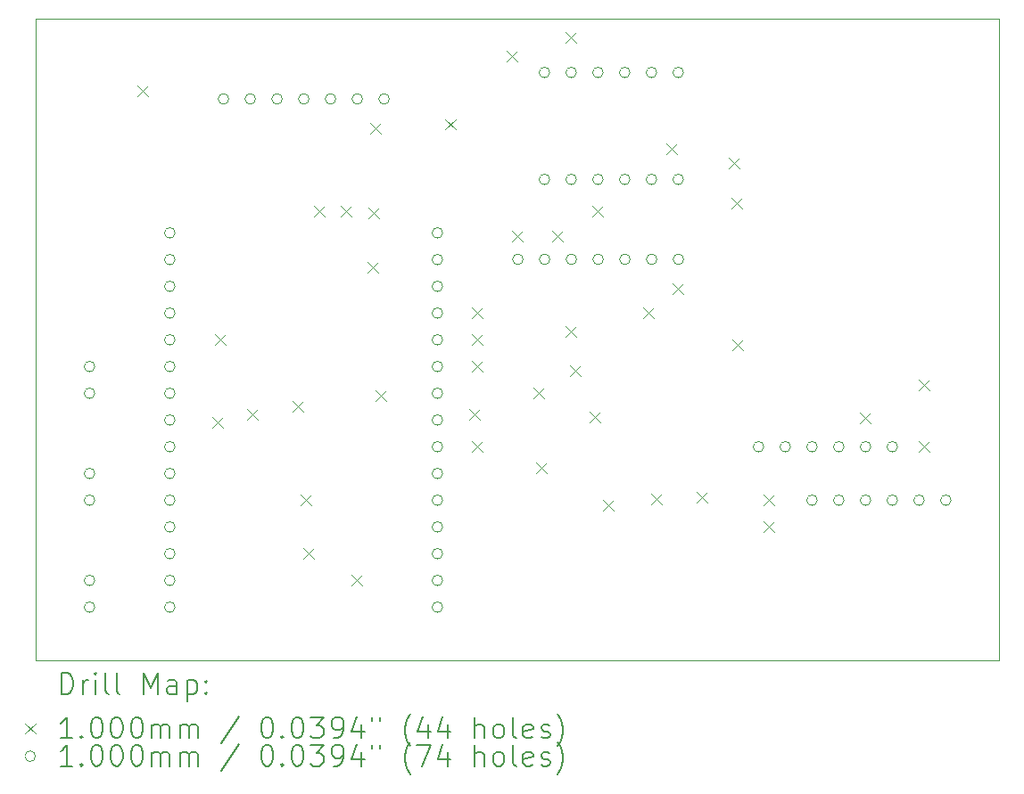
<source format=gbr>
%TF.GenerationSoftware,KiCad,Pcbnew,7.0.2*%
%TF.CreationDate,2024-05-24T01:33:51-03:00*%
%TF.ProjectId,EcoMaua_Tx_Telemetry_Module,45636f4d-6175-4615-9f54-785f54656c65,rev?*%
%TF.SameCoordinates,Original*%
%TF.FileFunction,Drillmap*%
%TF.FilePolarity,Positive*%
%FSLAX45Y45*%
G04 Gerber Fmt 4.5, Leading zero omitted, Abs format (unit mm)*
G04 Created by KiCad (PCBNEW 7.0.2) date 2024-05-24 01:33:51*
%MOMM*%
%LPD*%
G01*
G04 APERTURE LIST*
%ADD10C,0.100000*%
%ADD11C,0.200000*%
G04 APERTURE END LIST*
D10*
X10414000Y-5842000D02*
X19558000Y-5842000D01*
X19558000Y-11938000D01*
X10414000Y-11938000D01*
X10414000Y-5842000D01*
D11*
D10*
X11380000Y-6477800D02*
X11480000Y-6577800D01*
X11480000Y-6477800D02*
X11380000Y-6577800D01*
X12091200Y-9627400D02*
X12191200Y-9727400D01*
X12191200Y-9627400D02*
X12091200Y-9727400D01*
X12116600Y-8840000D02*
X12216600Y-8940000D01*
X12216600Y-8840000D02*
X12116600Y-8940000D01*
X12421400Y-9551200D02*
X12521400Y-9651200D01*
X12521400Y-9551200D02*
X12421400Y-9651200D01*
X12853200Y-9475000D02*
X12953200Y-9575000D01*
X12953200Y-9475000D02*
X12853200Y-9575000D01*
X12929400Y-10364000D02*
X13029400Y-10464000D01*
X13029400Y-10364000D02*
X12929400Y-10464000D01*
X12954800Y-10872000D02*
X13054800Y-10972000D01*
X13054800Y-10872000D02*
X12954800Y-10972000D01*
X13056400Y-7620800D02*
X13156400Y-7720800D01*
X13156400Y-7620800D02*
X13056400Y-7720800D01*
X13310400Y-7620800D02*
X13410400Y-7720800D01*
X13410400Y-7620800D02*
X13310400Y-7720800D01*
X13412000Y-11126000D02*
X13512000Y-11226000D01*
X13512000Y-11126000D02*
X13412000Y-11226000D01*
X13564400Y-8154200D02*
X13664400Y-8254200D01*
X13664400Y-8154200D02*
X13564400Y-8254200D01*
X13567650Y-7633230D02*
X13667650Y-7733230D01*
X13667650Y-7633230D02*
X13567650Y-7733230D01*
X13586109Y-6832323D02*
X13686109Y-6932323D01*
X13686109Y-6832323D02*
X13586109Y-6932323D01*
X13640600Y-9373400D02*
X13740600Y-9473400D01*
X13740600Y-9373400D02*
X13640600Y-9473400D01*
X14301000Y-6792650D02*
X14401000Y-6892650D01*
X14401000Y-6792650D02*
X14301000Y-6892650D01*
X14529600Y-9551200D02*
X14629600Y-9651200D01*
X14629600Y-9551200D02*
X14529600Y-9651200D01*
X14555000Y-8586000D02*
X14655000Y-8686000D01*
X14655000Y-8586000D02*
X14555000Y-8686000D01*
X14555000Y-8840000D02*
X14655000Y-8940000D01*
X14655000Y-8840000D02*
X14555000Y-8940000D01*
X14555000Y-9094500D02*
X14655000Y-9194500D01*
X14655000Y-9094500D02*
X14555000Y-9194500D01*
X14555000Y-9856000D02*
X14655000Y-9956000D01*
X14655000Y-9856000D02*
X14555000Y-9956000D01*
X14885200Y-6147600D02*
X14985200Y-6247600D01*
X14985200Y-6147600D02*
X14885200Y-6247600D01*
X14936000Y-7854850D02*
X15036000Y-7954850D01*
X15036000Y-7854850D02*
X14936000Y-7954850D01*
X15139200Y-9348000D02*
X15239200Y-9448000D01*
X15239200Y-9348000D02*
X15139200Y-9448000D01*
X15164600Y-10059200D02*
X15264600Y-10159200D01*
X15264600Y-10059200D02*
X15164600Y-10159200D01*
X15317000Y-7854850D02*
X15417000Y-7954850D01*
X15417000Y-7854850D02*
X15317000Y-7954850D01*
X15444000Y-5969800D02*
X15544000Y-6069800D01*
X15544000Y-5969800D02*
X15444000Y-6069800D01*
X15444000Y-8763800D02*
X15544000Y-8863800D01*
X15544000Y-8763800D02*
X15444000Y-8863800D01*
X15482100Y-9132100D02*
X15582100Y-9232100D01*
X15582100Y-9132100D02*
X15482100Y-9232100D01*
X15672600Y-9576600D02*
X15772600Y-9676600D01*
X15772600Y-9576600D02*
X15672600Y-9676600D01*
X15698000Y-7620800D02*
X15798000Y-7720800D01*
X15798000Y-7620800D02*
X15698000Y-7720800D01*
X15799600Y-10414800D02*
X15899600Y-10514800D01*
X15899600Y-10414800D02*
X15799600Y-10514800D01*
X16180600Y-8586000D02*
X16280600Y-8686000D01*
X16280600Y-8586000D02*
X16180600Y-8686000D01*
X16256800Y-10351300D02*
X16356800Y-10451300D01*
X16356800Y-10351300D02*
X16256800Y-10451300D01*
X16395451Y-7023459D02*
X16495451Y-7123459D01*
X16495451Y-7023459D02*
X16395451Y-7123459D01*
X16460000Y-8357400D02*
X16560000Y-8457400D01*
X16560000Y-8357400D02*
X16460000Y-8457400D01*
X16688600Y-10338600D02*
X16788600Y-10438600D01*
X16788600Y-10338600D02*
X16688600Y-10438600D01*
X16993400Y-7163600D02*
X17093400Y-7263600D01*
X17093400Y-7163600D02*
X16993400Y-7263600D01*
X17018800Y-7544600D02*
X17118800Y-7644600D01*
X17118800Y-7544600D02*
X17018800Y-7644600D01*
X17022050Y-8890800D02*
X17122050Y-8990800D01*
X17122050Y-8890800D02*
X17022050Y-8990800D01*
X17323600Y-10364000D02*
X17423600Y-10464000D01*
X17423600Y-10364000D02*
X17323600Y-10464000D01*
X17323600Y-10618000D02*
X17423600Y-10718000D01*
X17423600Y-10618000D02*
X17323600Y-10718000D01*
X18238000Y-9583800D02*
X18338000Y-9683800D01*
X18338000Y-9583800D02*
X18238000Y-9683800D01*
X18796800Y-9271800D02*
X18896800Y-9371800D01*
X18896800Y-9271800D02*
X18796800Y-9371800D01*
X18796800Y-9856000D02*
X18896800Y-9956000D01*
X18896800Y-9856000D02*
X18796800Y-9956000D01*
X10972000Y-9144000D02*
G75*
G03*
X10972000Y-9144000I-50000J0D01*
G01*
X10972000Y-9398000D02*
G75*
G03*
X10972000Y-9398000I-50000J0D01*
G01*
X10972000Y-10160000D02*
G75*
G03*
X10972000Y-10160000I-50000J0D01*
G01*
X10972000Y-10414000D02*
G75*
G03*
X10972000Y-10414000I-50000J0D01*
G01*
X10972000Y-11176000D02*
G75*
G03*
X10972000Y-11176000I-50000J0D01*
G01*
X10972000Y-11430000D02*
G75*
G03*
X10972000Y-11430000I-50000J0D01*
G01*
X11734000Y-7874000D02*
G75*
G03*
X11734000Y-7874000I-50000J0D01*
G01*
X11734000Y-8128000D02*
G75*
G03*
X11734000Y-8128000I-50000J0D01*
G01*
X11734000Y-8382000D02*
G75*
G03*
X11734000Y-8382000I-50000J0D01*
G01*
X11734000Y-8636000D02*
G75*
G03*
X11734000Y-8636000I-50000J0D01*
G01*
X11734000Y-8890000D02*
G75*
G03*
X11734000Y-8890000I-50000J0D01*
G01*
X11734000Y-9144000D02*
G75*
G03*
X11734000Y-9144000I-50000J0D01*
G01*
X11734000Y-9398000D02*
G75*
G03*
X11734000Y-9398000I-50000J0D01*
G01*
X11734000Y-9652000D02*
G75*
G03*
X11734000Y-9652000I-50000J0D01*
G01*
X11734000Y-9906000D02*
G75*
G03*
X11734000Y-9906000I-50000J0D01*
G01*
X11734000Y-10160000D02*
G75*
G03*
X11734000Y-10160000I-50000J0D01*
G01*
X11734000Y-10414000D02*
G75*
G03*
X11734000Y-10414000I-50000J0D01*
G01*
X11734000Y-10668000D02*
G75*
G03*
X11734000Y-10668000I-50000J0D01*
G01*
X11734000Y-10922000D02*
G75*
G03*
X11734000Y-10922000I-50000J0D01*
G01*
X11734000Y-11176000D02*
G75*
G03*
X11734000Y-11176000I-50000J0D01*
G01*
X11734000Y-11430000D02*
G75*
G03*
X11734000Y-11430000I-50000J0D01*
G01*
X12244000Y-6601500D02*
G75*
G03*
X12244000Y-6601500I-50000J0D01*
G01*
X12498000Y-6601500D02*
G75*
G03*
X12498000Y-6601500I-50000J0D01*
G01*
X12752000Y-6601500D02*
G75*
G03*
X12752000Y-6601500I-50000J0D01*
G01*
X13006000Y-6601500D02*
G75*
G03*
X13006000Y-6601500I-50000J0D01*
G01*
X13260000Y-6601500D02*
G75*
G03*
X13260000Y-6601500I-50000J0D01*
G01*
X13514000Y-6601500D02*
G75*
G03*
X13514000Y-6601500I-50000J0D01*
G01*
X13768000Y-6601500D02*
G75*
G03*
X13768000Y-6601500I-50000J0D01*
G01*
X14274000Y-7874500D02*
G75*
G03*
X14274000Y-7874500I-50000J0D01*
G01*
X14274000Y-8128500D02*
G75*
G03*
X14274000Y-8128500I-50000J0D01*
G01*
X14274000Y-8382500D02*
G75*
G03*
X14274000Y-8382500I-50000J0D01*
G01*
X14274000Y-8636500D02*
G75*
G03*
X14274000Y-8636500I-50000J0D01*
G01*
X14274000Y-8890500D02*
G75*
G03*
X14274000Y-8890500I-50000J0D01*
G01*
X14274000Y-9144500D02*
G75*
G03*
X14274000Y-9144500I-50000J0D01*
G01*
X14274000Y-9398500D02*
G75*
G03*
X14274000Y-9398500I-50000J0D01*
G01*
X14274000Y-9652500D02*
G75*
G03*
X14274000Y-9652500I-50000J0D01*
G01*
X14274000Y-9906500D02*
G75*
G03*
X14274000Y-9906500I-50000J0D01*
G01*
X14274000Y-10160500D02*
G75*
G03*
X14274000Y-10160500I-50000J0D01*
G01*
X14274000Y-10414500D02*
G75*
G03*
X14274000Y-10414500I-50000J0D01*
G01*
X14274000Y-10668500D02*
G75*
G03*
X14274000Y-10668500I-50000J0D01*
G01*
X14274000Y-10922500D02*
G75*
G03*
X14274000Y-10922500I-50000J0D01*
G01*
X14274000Y-11176500D02*
G75*
G03*
X14274000Y-11176500I-50000J0D01*
G01*
X14274000Y-11430500D02*
G75*
G03*
X14274000Y-11430500I-50000J0D01*
G01*
X15038000Y-8125500D02*
G75*
G03*
X15038000Y-8125500I-50000J0D01*
G01*
X15290000Y-6350000D02*
G75*
G03*
X15290000Y-6350000I-50000J0D01*
G01*
X15290000Y-7366000D02*
G75*
G03*
X15290000Y-7366000I-50000J0D01*
G01*
X15292000Y-8125500D02*
G75*
G03*
X15292000Y-8125500I-50000J0D01*
G01*
X15544000Y-6350000D02*
G75*
G03*
X15544000Y-6350000I-50000J0D01*
G01*
X15544000Y-7366000D02*
G75*
G03*
X15544000Y-7366000I-50000J0D01*
G01*
X15546000Y-8125500D02*
G75*
G03*
X15546000Y-8125500I-50000J0D01*
G01*
X15798000Y-6350000D02*
G75*
G03*
X15798000Y-6350000I-50000J0D01*
G01*
X15798000Y-7366000D02*
G75*
G03*
X15798000Y-7366000I-50000J0D01*
G01*
X15800000Y-8125500D02*
G75*
G03*
X15800000Y-8125500I-50000J0D01*
G01*
X16052000Y-6350000D02*
G75*
G03*
X16052000Y-6350000I-50000J0D01*
G01*
X16052000Y-7366000D02*
G75*
G03*
X16052000Y-7366000I-50000J0D01*
G01*
X16054000Y-8125500D02*
G75*
G03*
X16054000Y-8125500I-50000J0D01*
G01*
X16306000Y-6350000D02*
G75*
G03*
X16306000Y-6350000I-50000J0D01*
G01*
X16306000Y-7366000D02*
G75*
G03*
X16306000Y-7366000I-50000J0D01*
G01*
X16308000Y-8125500D02*
G75*
G03*
X16308000Y-8125500I-50000J0D01*
G01*
X16560000Y-6350000D02*
G75*
G03*
X16560000Y-6350000I-50000J0D01*
G01*
X16560000Y-7366000D02*
G75*
G03*
X16560000Y-7366000I-50000J0D01*
G01*
X16562000Y-8125500D02*
G75*
G03*
X16562000Y-8125500I-50000J0D01*
G01*
X17322000Y-9906000D02*
G75*
G03*
X17322000Y-9906000I-50000J0D01*
G01*
X17576000Y-9906000D02*
G75*
G03*
X17576000Y-9906000I-50000J0D01*
G01*
X17830000Y-9906000D02*
G75*
G03*
X17830000Y-9906000I-50000J0D01*
G01*
X17830000Y-10414000D02*
G75*
G03*
X17830000Y-10414000I-50000J0D01*
G01*
X18084000Y-9906000D02*
G75*
G03*
X18084000Y-9906000I-50000J0D01*
G01*
X18084000Y-10414000D02*
G75*
G03*
X18084000Y-10414000I-50000J0D01*
G01*
X18338000Y-9906000D02*
G75*
G03*
X18338000Y-9906000I-50000J0D01*
G01*
X18338000Y-10414000D02*
G75*
G03*
X18338000Y-10414000I-50000J0D01*
G01*
X18592000Y-9906000D02*
G75*
G03*
X18592000Y-9906000I-50000J0D01*
G01*
X18592000Y-10414000D02*
G75*
G03*
X18592000Y-10414000I-50000J0D01*
G01*
X18846000Y-10414000D02*
G75*
G03*
X18846000Y-10414000I-50000J0D01*
G01*
X19100000Y-10414000D02*
G75*
G03*
X19100000Y-10414000I-50000J0D01*
G01*
D11*
X10656619Y-12255524D02*
X10656619Y-12055524D01*
X10656619Y-12055524D02*
X10704238Y-12055524D01*
X10704238Y-12055524D02*
X10732810Y-12065048D01*
X10732810Y-12065048D02*
X10751857Y-12084095D01*
X10751857Y-12084095D02*
X10761381Y-12103143D01*
X10761381Y-12103143D02*
X10770905Y-12141238D01*
X10770905Y-12141238D02*
X10770905Y-12169809D01*
X10770905Y-12169809D02*
X10761381Y-12207905D01*
X10761381Y-12207905D02*
X10751857Y-12226952D01*
X10751857Y-12226952D02*
X10732810Y-12246000D01*
X10732810Y-12246000D02*
X10704238Y-12255524D01*
X10704238Y-12255524D02*
X10656619Y-12255524D01*
X10856619Y-12255524D02*
X10856619Y-12122190D01*
X10856619Y-12160286D02*
X10866143Y-12141238D01*
X10866143Y-12141238D02*
X10875667Y-12131714D01*
X10875667Y-12131714D02*
X10894714Y-12122190D01*
X10894714Y-12122190D02*
X10913762Y-12122190D01*
X10980429Y-12255524D02*
X10980429Y-12122190D01*
X10980429Y-12055524D02*
X10970905Y-12065048D01*
X10970905Y-12065048D02*
X10980429Y-12074571D01*
X10980429Y-12074571D02*
X10989952Y-12065048D01*
X10989952Y-12065048D02*
X10980429Y-12055524D01*
X10980429Y-12055524D02*
X10980429Y-12074571D01*
X11104238Y-12255524D02*
X11085190Y-12246000D01*
X11085190Y-12246000D02*
X11075667Y-12226952D01*
X11075667Y-12226952D02*
X11075667Y-12055524D01*
X11209000Y-12255524D02*
X11189952Y-12246000D01*
X11189952Y-12246000D02*
X11180429Y-12226952D01*
X11180429Y-12226952D02*
X11180429Y-12055524D01*
X11437571Y-12255524D02*
X11437571Y-12055524D01*
X11437571Y-12055524D02*
X11504238Y-12198381D01*
X11504238Y-12198381D02*
X11570905Y-12055524D01*
X11570905Y-12055524D02*
X11570905Y-12255524D01*
X11751857Y-12255524D02*
X11751857Y-12150762D01*
X11751857Y-12150762D02*
X11742333Y-12131714D01*
X11742333Y-12131714D02*
X11723286Y-12122190D01*
X11723286Y-12122190D02*
X11685190Y-12122190D01*
X11685190Y-12122190D02*
X11666143Y-12131714D01*
X11751857Y-12246000D02*
X11732809Y-12255524D01*
X11732809Y-12255524D02*
X11685190Y-12255524D01*
X11685190Y-12255524D02*
X11666143Y-12246000D01*
X11666143Y-12246000D02*
X11656619Y-12226952D01*
X11656619Y-12226952D02*
X11656619Y-12207905D01*
X11656619Y-12207905D02*
X11666143Y-12188857D01*
X11666143Y-12188857D02*
X11685190Y-12179333D01*
X11685190Y-12179333D02*
X11732809Y-12179333D01*
X11732809Y-12179333D02*
X11751857Y-12169809D01*
X11847095Y-12122190D02*
X11847095Y-12322190D01*
X11847095Y-12131714D02*
X11866143Y-12122190D01*
X11866143Y-12122190D02*
X11904238Y-12122190D01*
X11904238Y-12122190D02*
X11923286Y-12131714D01*
X11923286Y-12131714D02*
X11932809Y-12141238D01*
X11932809Y-12141238D02*
X11942333Y-12160286D01*
X11942333Y-12160286D02*
X11942333Y-12217428D01*
X11942333Y-12217428D02*
X11932809Y-12236476D01*
X11932809Y-12236476D02*
X11923286Y-12246000D01*
X11923286Y-12246000D02*
X11904238Y-12255524D01*
X11904238Y-12255524D02*
X11866143Y-12255524D01*
X11866143Y-12255524D02*
X11847095Y-12246000D01*
X12028048Y-12236476D02*
X12037571Y-12246000D01*
X12037571Y-12246000D02*
X12028048Y-12255524D01*
X12028048Y-12255524D02*
X12018524Y-12246000D01*
X12018524Y-12246000D02*
X12028048Y-12236476D01*
X12028048Y-12236476D02*
X12028048Y-12255524D01*
X12028048Y-12131714D02*
X12037571Y-12141238D01*
X12037571Y-12141238D02*
X12028048Y-12150762D01*
X12028048Y-12150762D02*
X12018524Y-12141238D01*
X12018524Y-12141238D02*
X12028048Y-12131714D01*
X12028048Y-12131714D02*
X12028048Y-12150762D01*
D10*
X10309000Y-12533000D02*
X10409000Y-12633000D01*
X10409000Y-12533000D02*
X10309000Y-12633000D01*
D11*
X10761381Y-12675524D02*
X10647095Y-12675524D01*
X10704238Y-12675524D02*
X10704238Y-12475524D01*
X10704238Y-12475524D02*
X10685190Y-12504095D01*
X10685190Y-12504095D02*
X10666143Y-12523143D01*
X10666143Y-12523143D02*
X10647095Y-12532667D01*
X10847095Y-12656476D02*
X10856619Y-12666000D01*
X10856619Y-12666000D02*
X10847095Y-12675524D01*
X10847095Y-12675524D02*
X10837571Y-12666000D01*
X10837571Y-12666000D02*
X10847095Y-12656476D01*
X10847095Y-12656476D02*
X10847095Y-12675524D01*
X10980429Y-12475524D02*
X10999476Y-12475524D01*
X10999476Y-12475524D02*
X11018524Y-12485048D01*
X11018524Y-12485048D02*
X11028048Y-12494571D01*
X11028048Y-12494571D02*
X11037571Y-12513619D01*
X11037571Y-12513619D02*
X11047095Y-12551714D01*
X11047095Y-12551714D02*
X11047095Y-12599333D01*
X11047095Y-12599333D02*
X11037571Y-12637428D01*
X11037571Y-12637428D02*
X11028048Y-12656476D01*
X11028048Y-12656476D02*
X11018524Y-12666000D01*
X11018524Y-12666000D02*
X10999476Y-12675524D01*
X10999476Y-12675524D02*
X10980429Y-12675524D01*
X10980429Y-12675524D02*
X10961381Y-12666000D01*
X10961381Y-12666000D02*
X10951857Y-12656476D01*
X10951857Y-12656476D02*
X10942333Y-12637428D01*
X10942333Y-12637428D02*
X10932810Y-12599333D01*
X10932810Y-12599333D02*
X10932810Y-12551714D01*
X10932810Y-12551714D02*
X10942333Y-12513619D01*
X10942333Y-12513619D02*
X10951857Y-12494571D01*
X10951857Y-12494571D02*
X10961381Y-12485048D01*
X10961381Y-12485048D02*
X10980429Y-12475524D01*
X11170905Y-12475524D02*
X11189952Y-12475524D01*
X11189952Y-12475524D02*
X11209000Y-12485048D01*
X11209000Y-12485048D02*
X11218524Y-12494571D01*
X11218524Y-12494571D02*
X11228048Y-12513619D01*
X11228048Y-12513619D02*
X11237571Y-12551714D01*
X11237571Y-12551714D02*
X11237571Y-12599333D01*
X11237571Y-12599333D02*
X11228048Y-12637428D01*
X11228048Y-12637428D02*
X11218524Y-12656476D01*
X11218524Y-12656476D02*
X11209000Y-12666000D01*
X11209000Y-12666000D02*
X11189952Y-12675524D01*
X11189952Y-12675524D02*
X11170905Y-12675524D01*
X11170905Y-12675524D02*
X11151857Y-12666000D01*
X11151857Y-12666000D02*
X11142333Y-12656476D01*
X11142333Y-12656476D02*
X11132810Y-12637428D01*
X11132810Y-12637428D02*
X11123286Y-12599333D01*
X11123286Y-12599333D02*
X11123286Y-12551714D01*
X11123286Y-12551714D02*
X11132810Y-12513619D01*
X11132810Y-12513619D02*
X11142333Y-12494571D01*
X11142333Y-12494571D02*
X11151857Y-12485048D01*
X11151857Y-12485048D02*
X11170905Y-12475524D01*
X11361381Y-12475524D02*
X11380429Y-12475524D01*
X11380429Y-12475524D02*
X11399476Y-12485048D01*
X11399476Y-12485048D02*
X11409000Y-12494571D01*
X11409000Y-12494571D02*
X11418524Y-12513619D01*
X11418524Y-12513619D02*
X11428048Y-12551714D01*
X11428048Y-12551714D02*
X11428048Y-12599333D01*
X11428048Y-12599333D02*
X11418524Y-12637428D01*
X11418524Y-12637428D02*
X11409000Y-12656476D01*
X11409000Y-12656476D02*
X11399476Y-12666000D01*
X11399476Y-12666000D02*
X11380429Y-12675524D01*
X11380429Y-12675524D02*
X11361381Y-12675524D01*
X11361381Y-12675524D02*
X11342333Y-12666000D01*
X11342333Y-12666000D02*
X11332809Y-12656476D01*
X11332809Y-12656476D02*
X11323286Y-12637428D01*
X11323286Y-12637428D02*
X11313762Y-12599333D01*
X11313762Y-12599333D02*
X11313762Y-12551714D01*
X11313762Y-12551714D02*
X11323286Y-12513619D01*
X11323286Y-12513619D02*
X11332809Y-12494571D01*
X11332809Y-12494571D02*
X11342333Y-12485048D01*
X11342333Y-12485048D02*
X11361381Y-12475524D01*
X11513762Y-12675524D02*
X11513762Y-12542190D01*
X11513762Y-12561238D02*
X11523286Y-12551714D01*
X11523286Y-12551714D02*
X11542333Y-12542190D01*
X11542333Y-12542190D02*
X11570905Y-12542190D01*
X11570905Y-12542190D02*
X11589952Y-12551714D01*
X11589952Y-12551714D02*
X11599476Y-12570762D01*
X11599476Y-12570762D02*
X11599476Y-12675524D01*
X11599476Y-12570762D02*
X11609000Y-12551714D01*
X11609000Y-12551714D02*
X11628048Y-12542190D01*
X11628048Y-12542190D02*
X11656619Y-12542190D01*
X11656619Y-12542190D02*
X11675667Y-12551714D01*
X11675667Y-12551714D02*
X11685190Y-12570762D01*
X11685190Y-12570762D02*
X11685190Y-12675524D01*
X11780429Y-12675524D02*
X11780429Y-12542190D01*
X11780429Y-12561238D02*
X11789952Y-12551714D01*
X11789952Y-12551714D02*
X11809000Y-12542190D01*
X11809000Y-12542190D02*
X11837571Y-12542190D01*
X11837571Y-12542190D02*
X11856619Y-12551714D01*
X11856619Y-12551714D02*
X11866143Y-12570762D01*
X11866143Y-12570762D02*
X11866143Y-12675524D01*
X11866143Y-12570762D02*
X11875667Y-12551714D01*
X11875667Y-12551714D02*
X11894714Y-12542190D01*
X11894714Y-12542190D02*
X11923286Y-12542190D01*
X11923286Y-12542190D02*
X11942333Y-12551714D01*
X11942333Y-12551714D02*
X11951857Y-12570762D01*
X11951857Y-12570762D02*
X11951857Y-12675524D01*
X12342333Y-12466000D02*
X12170905Y-12723143D01*
X12599476Y-12475524D02*
X12618524Y-12475524D01*
X12618524Y-12475524D02*
X12637572Y-12485048D01*
X12637572Y-12485048D02*
X12647095Y-12494571D01*
X12647095Y-12494571D02*
X12656619Y-12513619D01*
X12656619Y-12513619D02*
X12666143Y-12551714D01*
X12666143Y-12551714D02*
X12666143Y-12599333D01*
X12666143Y-12599333D02*
X12656619Y-12637428D01*
X12656619Y-12637428D02*
X12647095Y-12656476D01*
X12647095Y-12656476D02*
X12637572Y-12666000D01*
X12637572Y-12666000D02*
X12618524Y-12675524D01*
X12618524Y-12675524D02*
X12599476Y-12675524D01*
X12599476Y-12675524D02*
X12580429Y-12666000D01*
X12580429Y-12666000D02*
X12570905Y-12656476D01*
X12570905Y-12656476D02*
X12561381Y-12637428D01*
X12561381Y-12637428D02*
X12551857Y-12599333D01*
X12551857Y-12599333D02*
X12551857Y-12551714D01*
X12551857Y-12551714D02*
X12561381Y-12513619D01*
X12561381Y-12513619D02*
X12570905Y-12494571D01*
X12570905Y-12494571D02*
X12580429Y-12485048D01*
X12580429Y-12485048D02*
X12599476Y-12475524D01*
X12751857Y-12656476D02*
X12761381Y-12666000D01*
X12761381Y-12666000D02*
X12751857Y-12675524D01*
X12751857Y-12675524D02*
X12742333Y-12666000D01*
X12742333Y-12666000D02*
X12751857Y-12656476D01*
X12751857Y-12656476D02*
X12751857Y-12675524D01*
X12885191Y-12475524D02*
X12904238Y-12475524D01*
X12904238Y-12475524D02*
X12923286Y-12485048D01*
X12923286Y-12485048D02*
X12932810Y-12494571D01*
X12932810Y-12494571D02*
X12942333Y-12513619D01*
X12942333Y-12513619D02*
X12951857Y-12551714D01*
X12951857Y-12551714D02*
X12951857Y-12599333D01*
X12951857Y-12599333D02*
X12942333Y-12637428D01*
X12942333Y-12637428D02*
X12932810Y-12656476D01*
X12932810Y-12656476D02*
X12923286Y-12666000D01*
X12923286Y-12666000D02*
X12904238Y-12675524D01*
X12904238Y-12675524D02*
X12885191Y-12675524D01*
X12885191Y-12675524D02*
X12866143Y-12666000D01*
X12866143Y-12666000D02*
X12856619Y-12656476D01*
X12856619Y-12656476D02*
X12847095Y-12637428D01*
X12847095Y-12637428D02*
X12837572Y-12599333D01*
X12837572Y-12599333D02*
X12837572Y-12551714D01*
X12837572Y-12551714D02*
X12847095Y-12513619D01*
X12847095Y-12513619D02*
X12856619Y-12494571D01*
X12856619Y-12494571D02*
X12866143Y-12485048D01*
X12866143Y-12485048D02*
X12885191Y-12475524D01*
X13018524Y-12475524D02*
X13142333Y-12475524D01*
X13142333Y-12475524D02*
X13075667Y-12551714D01*
X13075667Y-12551714D02*
X13104238Y-12551714D01*
X13104238Y-12551714D02*
X13123286Y-12561238D01*
X13123286Y-12561238D02*
X13132810Y-12570762D01*
X13132810Y-12570762D02*
X13142333Y-12589809D01*
X13142333Y-12589809D02*
X13142333Y-12637428D01*
X13142333Y-12637428D02*
X13132810Y-12656476D01*
X13132810Y-12656476D02*
X13123286Y-12666000D01*
X13123286Y-12666000D02*
X13104238Y-12675524D01*
X13104238Y-12675524D02*
X13047095Y-12675524D01*
X13047095Y-12675524D02*
X13028048Y-12666000D01*
X13028048Y-12666000D02*
X13018524Y-12656476D01*
X13237572Y-12675524D02*
X13275667Y-12675524D01*
X13275667Y-12675524D02*
X13294714Y-12666000D01*
X13294714Y-12666000D02*
X13304238Y-12656476D01*
X13304238Y-12656476D02*
X13323286Y-12627905D01*
X13323286Y-12627905D02*
X13332810Y-12589809D01*
X13332810Y-12589809D02*
X13332810Y-12513619D01*
X13332810Y-12513619D02*
X13323286Y-12494571D01*
X13323286Y-12494571D02*
X13313762Y-12485048D01*
X13313762Y-12485048D02*
X13294714Y-12475524D01*
X13294714Y-12475524D02*
X13256619Y-12475524D01*
X13256619Y-12475524D02*
X13237572Y-12485048D01*
X13237572Y-12485048D02*
X13228048Y-12494571D01*
X13228048Y-12494571D02*
X13218524Y-12513619D01*
X13218524Y-12513619D02*
X13218524Y-12561238D01*
X13218524Y-12561238D02*
X13228048Y-12580286D01*
X13228048Y-12580286D02*
X13237572Y-12589809D01*
X13237572Y-12589809D02*
X13256619Y-12599333D01*
X13256619Y-12599333D02*
X13294714Y-12599333D01*
X13294714Y-12599333D02*
X13313762Y-12589809D01*
X13313762Y-12589809D02*
X13323286Y-12580286D01*
X13323286Y-12580286D02*
X13332810Y-12561238D01*
X13504238Y-12542190D02*
X13504238Y-12675524D01*
X13456619Y-12466000D02*
X13409000Y-12608857D01*
X13409000Y-12608857D02*
X13532810Y-12608857D01*
X13599476Y-12475524D02*
X13599476Y-12513619D01*
X13675667Y-12475524D02*
X13675667Y-12513619D01*
X13970905Y-12751714D02*
X13961381Y-12742190D01*
X13961381Y-12742190D02*
X13942334Y-12713619D01*
X13942334Y-12713619D02*
X13932810Y-12694571D01*
X13932810Y-12694571D02*
X13923286Y-12666000D01*
X13923286Y-12666000D02*
X13913762Y-12618381D01*
X13913762Y-12618381D02*
X13913762Y-12580286D01*
X13913762Y-12580286D02*
X13923286Y-12532667D01*
X13923286Y-12532667D02*
X13932810Y-12504095D01*
X13932810Y-12504095D02*
X13942334Y-12485048D01*
X13942334Y-12485048D02*
X13961381Y-12456476D01*
X13961381Y-12456476D02*
X13970905Y-12446952D01*
X14132810Y-12542190D02*
X14132810Y-12675524D01*
X14085191Y-12466000D02*
X14037572Y-12608857D01*
X14037572Y-12608857D02*
X14161381Y-12608857D01*
X14323286Y-12542190D02*
X14323286Y-12675524D01*
X14275667Y-12466000D02*
X14228048Y-12608857D01*
X14228048Y-12608857D02*
X14351857Y-12608857D01*
X14580429Y-12675524D02*
X14580429Y-12475524D01*
X14666143Y-12675524D02*
X14666143Y-12570762D01*
X14666143Y-12570762D02*
X14656619Y-12551714D01*
X14656619Y-12551714D02*
X14637572Y-12542190D01*
X14637572Y-12542190D02*
X14609000Y-12542190D01*
X14609000Y-12542190D02*
X14589953Y-12551714D01*
X14589953Y-12551714D02*
X14580429Y-12561238D01*
X14789953Y-12675524D02*
X14770905Y-12666000D01*
X14770905Y-12666000D02*
X14761381Y-12656476D01*
X14761381Y-12656476D02*
X14751857Y-12637428D01*
X14751857Y-12637428D02*
X14751857Y-12580286D01*
X14751857Y-12580286D02*
X14761381Y-12561238D01*
X14761381Y-12561238D02*
X14770905Y-12551714D01*
X14770905Y-12551714D02*
X14789953Y-12542190D01*
X14789953Y-12542190D02*
X14818524Y-12542190D01*
X14818524Y-12542190D02*
X14837572Y-12551714D01*
X14837572Y-12551714D02*
X14847096Y-12561238D01*
X14847096Y-12561238D02*
X14856619Y-12580286D01*
X14856619Y-12580286D02*
X14856619Y-12637428D01*
X14856619Y-12637428D02*
X14847096Y-12656476D01*
X14847096Y-12656476D02*
X14837572Y-12666000D01*
X14837572Y-12666000D02*
X14818524Y-12675524D01*
X14818524Y-12675524D02*
X14789953Y-12675524D01*
X14970905Y-12675524D02*
X14951857Y-12666000D01*
X14951857Y-12666000D02*
X14942334Y-12646952D01*
X14942334Y-12646952D02*
X14942334Y-12475524D01*
X15123286Y-12666000D02*
X15104238Y-12675524D01*
X15104238Y-12675524D02*
X15066143Y-12675524D01*
X15066143Y-12675524D02*
X15047096Y-12666000D01*
X15047096Y-12666000D02*
X15037572Y-12646952D01*
X15037572Y-12646952D02*
X15037572Y-12570762D01*
X15037572Y-12570762D02*
X15047096Y-12551714D01*
X15047096Y-12551714D02*
X15066143Y-12542190D01*
X15066143Y-12542190D02*
X15104238Y-12542190D01*
X15104238Y-12542190D02*
X15123286Y-12551714D01*
X15123286Y-12551714D02*
X15132810Y-12570762D01*
X15132810Y-12570762D02*
X15132810Y-12589809D01*
X15132810Y-12589809D02*
X15037572Y-12608857D01*
X15209000Y-12666000D02*
X15228048Y-12675524D01*
X15228048Y-12675524D02*
X15266143Y-12675524D01*
X15266143Y-12675524D02*
X15285191Y-12666000D01*
X15285191Y-12666000D02*
X15294715Y-12646952D01*
X15294715Y-12646952D02*
X15294715Y-12637428D01*
X15294715Y-12637428D02*
X15285191Y-12618381D01*
X15285191Y-12618381D02*
X15266143Y-12608857D01*
X15266143Y-12608857D02*
X15237572Y-12608857D01*
X15237572Y-12608857D02*
X15218524Y-12599333D01*
X15218524Y-12599333D02*
X15209000Y-12580286D01*
X15209000Y-12580286D02*
X15209000Y-12570762D01*
X15209000Y-12570762D02*
X15218524Y-12551714D01*
X15218524Y-12551714D02*
X15237572Y-12542190D01*
X15237572Y-12542190D02*
X15266143Y-12542190D01*
X15266143Y-12542190D02*
X15285191Y-12551714D01*
X15361381Y-12751714D02*
X15370905Y-12742190D01*
X15370905Y-12742190D02*
X15389953Y-12713619D01*
X15389953Y-12713619D02*
X15399477Y-12694571D01*
X15399477Y-12694571D02*
X15409000Y-12666000D01*
X15409000Y-12666000D02*
X15418524Y-12618381D01*
X15418524Y-12618381D02*
X15418524Y-12580286D01*
X15418524Y-12580286D02*
X15409000Y-12532667D01*
X15409000Y-12532667D02*
X15399477Y-12504095D01*
X15399477Y-12504095D02*
X15389953Y-12485048D01*
X15389953Y-12485048D02*
X15370905Y-12456476D01*
X15370905Y-12456476D02*
X15361381Y-12446952D01*
D10*
X10409000Y-12847000D02*
G75*
G03*
X10409000Y-12847000I-50000J0D01*
G01*
D11*
X10761381Y-12939524D02*
X10647095Y-12939524D01*
X10704238Y-12939524D02*
X10704238Y-12739524D01*
X10704238Y-12739524D02*
X10685190Y-12768095D01*
X10685190Y-12768095D02*
X10666143Y-12787143D01*
X10666143Y-12787143D02*
X10647095Y-12796667D01*
X10847095Y-12920476D02*
X10856619Y-12930000D01*
X10856619Y-12930000D02*
X10847095Y-12939524D01*
X10847095Y-12939524D02*
X10837571Y-12930000D01*
X10837571Y-12930000D02*
X10847095Y-12920476D01*
X10847095Y-12920476D02*
X10847095Y-12939524D01*
X10980429Y-12739524D02*
X10999476Y-12739524D01*
X10999476Y-12739524D02*
X11018524Y-12749048D01*
X11018524Y-12749048D02*
X11028048Y-12758571D01*
X11028048Y-12758571D02*
X11037571Y-12777619D01*
X11037571Y-12777619D02*
X11047095Y-12815714D01*
X11047095Y-12815714D02*
X11047095Y-12863333D01*
X11047095Y-12863333D02*
X11037571Y-12901428D01*
X11037571Y-12901428D02*
X11028048Y-12920476D01*
X11028048Y-12920476D02*
X11018524Y-12930000D01*
X11018524Y-12930000D02*
X10999476Y-12939524D01*
X10999476Y-12939524D02*
X10980429Y-12939524D01*
X10980429Y-12939524D02*
X10961381Y-12930000D01*
X10961381Y-12930000D02*
X10951857Y-12920476D01*
X10951857Y-12920476D02*
X10942333Y-12901428D01*
X10942333Y-12901428D02*
X10932810Y-12863333D01*
X10932810Y-12863333D02*
X10932810Y-12815714D01*
X10932810Y-12815714D02*
X10942333Y-12777619D01*
X10942333Y-12777619D02*
X10951857Y-12758571D01*
X10951857Y-12758571D02*
X10961381Y-12749048D01*
X10961381Y-12749048D02*
X10980429Y-12739524D01*
X11170905Y-12739524D02*
X11189952Y-12739524D01*
X11189952Y-12739524D02*
X11209000Y-12749048D01*
X11209000Y-12749048D02*
X11218524Y-12758571D01*
X11218524Y-12758571D02*
X11228048Y-12777619D01*
X11228048Y-12777619D02*
X11237571Y-12815714D01*
X11237571Y-12815714D02*
X11237571Y-12863333D01*
X11237571Y-12863333D02*
X11228048Y-12901428D01*
X11228048Y-12901428D02*
X11218524Y-12920476D01*
X11218524Y-12920476D02*
X11209000Y-12930000D01*
X11209000Y-12930000D02*
X11189952Y-12939524D01*
X11189952Y-12939524D02*
X11170905Y-12939524D01*
X11170905Y-12939524D02*
X11151857Y-12930000D01*
X11151857Y-12930000D02*
X11142333Y-12920476D01*
X11142333Y-12920476D02*
X11132810Y-12901428D01*
X11132810Y-12901428D02*
X11123286Y-12863333D01*
X11123286Y-12863333D02*
X11123286Y-12815714D01*
X11123286Y-12815714D02*
X11132810Y-12777619D01*
X11132810Y-12777619D02*
X11142333Y-12758571D01*
X11142333Y-12758571D02*
X11151857Y-12749048D01*
X11151857Y-12749048D02*
X11170905Y-12739524D01*
X11361381Y-12739524D02*
X11380429Y-12739524D01*
X11380429Y-12739524D02*
X11399476Y-12749048D01*
X11399476Y-12749048D02*
X11409000Y-12758571D01*
X11409000Y-12758571D02*
X11418524Y-12777619D01*
X11418524Y-12777619D02*
X11428048Y-12815714D01*
X11428048Y-12815714D02*
X11428048Y-12863333D01*
X11428048Y-12863333D02*
X11418524Y-12901428D01*
X11418524Y-12901428D02*
X11409000Y-12920476D01*
X11409000Y-12920476D02*
X11399476Y-12930000D01*
X11399476Y-12930000D02*
X11380429Y-12939524D01*
X11380429Y-12939524D02*
X11361381Y-12939524D01*
X11361381Y-12939524D02*
X11342333Y-12930000D01*
X11342333Y-12930000D02*
X11332809Y-12920476D01*
X11332809Y-12920476D02*
X11323286Y-12901428D01*
X11323286Y-12901428D02*
X11313762Y-12863333D01*
X11313762Y-12863333D02*
X11313762Y-12815714D01*
X11313762Y-12815714D02*
X11323286Y-12777619D01*
X11323286Y-12777619D02*
X11332809Y-12758571D01*
X11332809Y-12758571D02*
X11342333Y-12749048D01*
X11342333Y-12749048D02*
X11361381Y-12739524D01*
X11513762Y-12939524D02*
X11513762Y-12806190D01*
X11513762Y-12825238D02*
X11523286Y-12815714D01*
X11523286Y-12815714D02*
X11542333Y-12806190D01*
X11542333Y-12806190D02*
X11570905Y-12806190D01*
X11570905Y-12806190D02*
X11589952Y-12815714D01*
X11589952Y-12815714D02*
X11599476Y-12834762D01*
X11599476Y-12834762D02*
X11599476Y-12939524D01*
X11599476Y-12834762D02*
X11609000Y-12815714D01*
X11609000Y-12815714D02*
X11628048Y-12806190D01*
X11628048Y-12806190D02*
X11656619Y-12806190D01*
X11656619Y-12806190D02*
X11675667Y-12815714D01*
X11675667Y-12815714D02*
X11685190Y-12834762D01*
X11685190Y-12834762D02*
X11685190Y-12939524D01*
X11780429Y-12939524D02*
X11780429Y-12806190D01*
X11780429Y-12825238D02*
X11789952Y-12815714D01*
X11789952Y-12815714D02*
X11809000Y-12806190D01*
X11809000Y-12806190D02*
X11837571Y-12806190D01*
X11837571Y-12806190D02*
X11856619Y-12815714D01*
X11856619Y-12815714D02*
X11866143Y-12834762D01*
X11866143Y-12834762D02*
X11866143Y-12939524D01*
X11866143Y-12834762D02*
X11875667Y-12815714D01*
X11875667Y-12815714D02*
X11894714Y-12806190D01*
X11894714Y-12806190D02*
X11923286Y-12806190D01*
X11923286Y-12806190D02*
X11942333Y-12815714D01*
X11942333Y-12815714D02*
X11951857Y-12834762D01*
X11951857Y-12834762D02*
X11951857Y-12939524D01*
X12342333Y-12730000D02*
X12170905Y-12987143D01*
X12599476Y-12739524D02*
X12618524Y-12739524D01*
X12618524Y-12739524D02*
X12637572Y-12749048D01*
X12637572Y-12749048D02*
X12647095Y-12758571D01*
X12647095Y-12758571D02*
X12656619Y-12777619D01*
X12656619Y-12777619D02*
X12666143Y-12815714D01*
X12666143Y-12815714D02*
X12666143Y-12863333D01*
X12666143Y-12863333D02*
X12656619Y-12901428D01*
X12656619Y-12901428D02*
X12647095Y-12920476D01*
X12647095Y-12920476D02*
X12637572Y-12930000D01*
X12637572Y-12930000D02*
X12618524Y-12939524D01*
X12618524Y-12939524D02*
X12599476Y-12939524D01*
X12599476Y-12939524D02*
X12580429Y-12930000D01*
X12580429Y-12930000D02*
X12570905Y-12920476D01*
X12570905Y-12920476D02*
X12561381Y-12901428D01*
X12561381Y-12901428D02*
X12551857Y-12863333D01*
X12551857Y-12863333D02*
X12551857Y-12815714D01*
X12551857Y-12815714D02*
X12561381Y-12777619D01*
X12561381Y-12777619D02*
X12570905Y-12758571D01*
X12570905Y-12758571D02*
X12580429Y-12749048D01*
X12580429Y-12749048D02*
X12599476Y-12739524D01*
X12751857Y-12920476D02*
X12761381Y-12930000D01*
X12761381Y-12930000D02*
X12751857Y-12939524D01*
X12751857Y-12939524D02*
X12742333Y-12930000D01*
X12742333Y-12930000D02*
X12751857Y-12920476D01*
X12751857Y-12920476D02*
X12751857Y-12939524D01*
X12885191Y-12739524D02*
X12904238Y-12739524D01*
X12904238Y-12739524D02*
X12923286Y-12749048D01*
X12923286Y-12749048D02*
X12932810Y-12758571D01*
X12932810Y-12758571D02*
X12942333Y-12777619D01*
X12942333Y-12777619D02*
X12951857Y-12815714D01*
X12951857Y-12815714D02*
X12951857Y-12863333D01*
X12951857Y-12863333D02*
X12942333Y-12901428D01*
X12942333Y-12901428D02*
X12932810Y-12920476D01*
X12932810Y-12920476D02*
X12923286Y-12930000D01*
X12923286Y-12930000D02*
X12904238Y-12939524D01*
X12904238Y-12939524D02*
X12885191Y-12939524D01*
X12885191Y-12939524D02*
X12866143Y-12930000D01*
X12866143Y-12930000D02*
X12856619Y-12920476D01*
X12856619Y-12920476D02*
X12847095Y-12901428D01*
X12847095Y-12901428D02*
X12837572Y-12863333D01*
X12837572Y-12863333D02*
X12837572Y-12815714D01*
X12837572Y-12815714D02*
X12847095Y-12777619D01*
X12847095Y-12777619D02*
X12856619Y-12758571D01*
X12856619Y-12758571D02*
X12866143Y-12749048D01*
X12866143Y-12749048D02*
X12885191Y-12739524D01*
X13018524Y-12739524D02*
X13142333Y-12739524D01*
X13142333Y-12739524D02*
X13075667Y-12815714D01*
X13075667Y-12815714D02*
X13104238Y-12815714D01*
X13104238Y-12815714D02*
X13123286Y-12825238D01*
X13123286Y-12825238D02*
X13132810Y-12834762D01*
X13132810Y-12834762D02*
X13142333Y-12853809D01*
X13142333Y-12853809D02*
X13142333Y-12901428D01*
X13142333Y-12901428D02*
X13132810Y-12920476D01*
X13132810Y-12920476D02*
X13123286Y-12930000D01*
X13123286Y-12930000D02*
X13104238Y-12939524D01*
X13104238Y-12939524D02*
X13047095Y-12939524D01*
X13047095Y-12939524D02*
X13028048Y-12930000D01*
X13028048Y-12930000D02*
X13018524Y-12920476D01*
X13237572Y-12939524D02*
X13275667Y-12939524D01*
X13275667Y-12939524D02*
X13294714Y-12930000D01*
X13294714Y-12930000D02*
X13304238Y-12920476D01*
X13304238Y-12920476D02*
X13323286Y-12891905D01*
X13323286Y-12891905D02*
X13332810Y-12853809D01*
X13332810Y-12853809D02*
X13332810Y-12777619D01*
X13332810Y-12777619D02*
X13323286Y-12758571D01*
X13323286Y-12758571D02*
X13313762Y-12749048D01*
X13313762Y-12749048D02*
X13294714Y-12739524D01*
X13294714Y-12739524D02*
X13256619Y-12739524D01*
X13256619Y-12739524D02*
X13237572Y-12749048D01*
X13237572Y-12749048D02*
X13228048Y-12758571D01*
X13228048Y-12758571D02*
X13218524Y-12777619D01*
X13218524Y-12777619D02*
X13218524Y-12825238D01*
X13218524Y-12825238D02*
X13228048Y-12844286D01*
X13228048Y-12844286D02*
X13237572Y-12853809D01*
X13237572Y-12853809D02*
X13256619Y-12863333D01*
X13256619Y-12863333D02*
X13294714Y-12863333D01*
X13294714Y-12863333D02*
X13313762Y-12853809D01*
X13313762Y-12853809D02*
X13323286Y-12844286D01*
X13323286Y-12844286D02*
X13332810Y-12825238D01*
X13504238Y-12806190D02*
X13504238Y-12939524D01*
X13456619Y-12730000D02*
X13409000Y-12872857D01*
X13409000Y-12872857D02*
X13532810Y-12872857D01*
X13599476Y-12739524D02*
X13599476Y-12777619D01*
X13675667Y-12739524D02*
X13675667Y-12777619D01*
X13970905Y-13015714D02*
X13961381Y-13006190D01*
X13961381Y-13006190D02*
X13942334Y-12977619D01*
X13942334Y-12977619D02*
X13932810Y-12958571D01*
X13932810Y-12958571D02*
X13923286Y-12930000D01*
X13923286Y-12930000D02*
X13913762Y-12882381D01*
X13913762Y-12882381D02*
X13913762Y-12844286D01*
X13913762Y-12844286D02*
X13923286Y-12796667D01*
X13923286Y-12796667D02*
X13932810Y-12768095D01*
X13932810Y-12768095D02*
X13942334Y-12749048D01*
X13942334Y-12749048D02*
X13961381Y-12720476D01*
X13961381Y-12720476D02*
X13970905Y-12710952D01*
X14028048Y-12739524D02*
X14161381Y-12739524D01*
X14161381Y-12739524D02*
X14075667Y-12939524D01*
X14323286Y-12806190D02*
X14323286Y-12939524D01*
X14275667Y-12730000D02*
X14228048Y-12872857D01*
X14228048Y-12872857D02*
X14351857Y-12872857D01*
X14580429Y-12939524D02*
X14580429Y-12739524D01*
X14666143Y-12939524D02*
X14666143Y-12834762D01*
X14666143Y-12834762D02*
X14656619Y-12815714D01*
X14656619Y-12815714D02*
X14637572Y-12806190D01*
X14637572Y-12806190D02*
X14609000Y-12806190D01*
X14609000Y-12806190D02*
X14589953Y-12815714D01*
X14589953Y-12815714D02*
X14580429Y-12825238D01*
X14789953Y-12939524D02*
X14770905Y-12930000D01*
X14770905Y-12930000D02*
X14761381Y-12920476D01*
X14761381Y-12920476D02*
X14751857Y-12901428D01*
X14751857Y-12901428D02*
X14751857Y-12844286D01*
X14751857Y-12844286D02*
X14761381Y-12825238D01*
X14761381Y-12825238D02*
X14770905Y-12815714D01*
X14770905Y-12815714D02*
X14789953Y-12806190D01*
X14789953Y-12806190D02*
X14818524Y-12806190D01*
X14818524Y-12806190D02*
X14837572Y-12815714D01*
X14837572Y-12815714D02*
X14847096Y-12825238D01*
X14847096Y-12825238D02*
X14856619Y-12844286D01*
X14856619Y-12844286D02*
X14856619Y-12901428D01*
X14856619Y-12901428D02*
X14847096Y-12920476D01*
X14847096Y-12920476D02*
X14837572Y-12930000D01*
X14837572Y-12930000D02*
X14818524Y-12939524D01*
X14818524Y-12939524D02*
X14789953Y-12939524D01*
X14970905Y-12939524D02*
X14951857Y-12930000D01*
X14951857Y-12930000D02*
X14942334Y-12910952D01*
X14942334Y-12910952D02*
X14942334Y-12739524D01*
X15123286Y-12930000D02*
X15104238Y-12939524D01*
X15104238Y-12939524D02*
X15066143Y-12939524D01*
X15066143Y-12939524D02*
X15047096Y-12930000D01*
X15047096Y-12930000D02*
X15037572Y-12910952D01*
X15037572Y-12910952D02*
X15037572Y-12834762D01*
X15037572Y-12834762D02*
X15047096Y-12815714D01*
X15047096Y-12815714D02*
X15066143Y-12806190D01*
X15066143Y-12806190D02*
X15104238Y-12806190D01*
X15104238Y-12806190D02*
X15123286Y-12815714D01*
X15123286Y-12815714D02*
X15132810Y-12834762D01*
X15132810Y-12834762D02*
X15132810Y-12853809D01*
X15132810Y-12853809D02*
X15037572Y-12872857D01*
X15209000Y-12930000D02*
X15228048Y-12939524D01*
X15228048Y-12939524D02*
X15266143Y-12939524D01*
X15266143Y-12939524D02*
X15285191Y-12930000D01*
X15285191Y-12930000D02*
X15294715Y-12910952D01*
X15294715Y-12910952D02*
X15294715Y-12901428D01*
X15294715Y-12901428D02*
X15285191Y-12882381D01*
X15285191Y-12882381D02*
X15266143Y-12872857D01*
X15266143Y-12872857D02*
X15237572Y-12872857D01*
X15237572Y-12872857D02*
X15218524Y-12863333D01*
X15218524Y-12863333D02*
X15209000Y-12844286D01*
X15209000Y-12844286D02*
X15209000Y-12834762D01*
X15209000Y-12834762D02*
X15218524Y-12815714D01*
X15218524Y-12815714D02*
X15237572Y-12806190D01*
X15237572Y-12806190D02*
X15266143Y-12806190D01*
X15266143Y-12806190D02*
X15285191Y-12815714D01*
X15361381Y-13015714D02*
X15370905Y-13006190D01*
X15370905Y-13006190D02*
X15389953Y-12977619D01*
X15389953Y-12977619D02*
X15399477Y-12958571D01*
X15399477Y-12958571D02*
X15409000Y-12930000D01*
X15409000Y-12930000D02*
X15418524Y-12882381D01*
X15418524Y-12882381D02*
X15418524Y-12844286D01*
X15418524Y-12844286D02*
X15409000Y-12796667D01*
X15409000Y-12796667D02*
X15399477Y-12768095D01*
X15399477Y-12768095D02*
X15389953Y-12749048D01*
X15389953Y-12749048D02*
X15370905Y-12720476D01*
X15370905Y-12720476D02*
X15361381Y-12710952D01*
M02*

</source>
